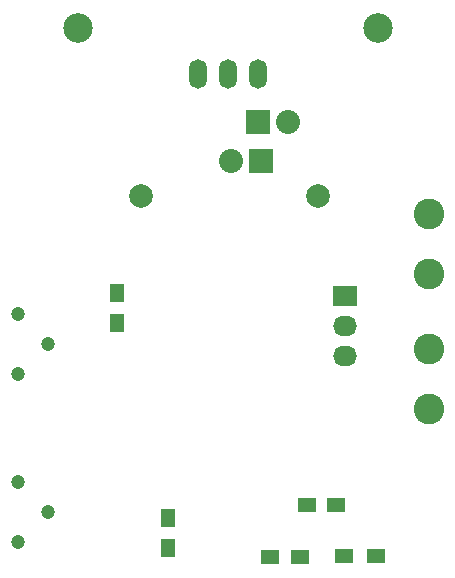
<source format=gbs>
G04 #@! TF.FileFunction,Soldermask,Bot*
%FSLAX46Y46*%
G04 Gerber Fmt 4.6, Leading zero omitted, Abs format (unit mm)*
G04 Created by KiCad (PCBNEW (2015-01-29 BZR 5396)-product) date 2/26/2015 9:25:46 PM*
%MOMM*%
G01*
G04 APERTURE LIST*
%ADD10C,0.100000*%
%ADD11R,1.250000X1.500000*%
%ADD12R,1.500000X1.250000*%
%ADD13O,1.501140X2.499360*%
%ADD14C,1.998980*%
%ADD15R,1.500000X1.300000*%
%ADD16C,2.500000*%
%ADD17C,2.600000*%
%ADD18R,2.032000X1.727200*%
%ADD19O,2.032000X1.727200*%
%ADD20R,2.032000X2.032000*%
%ADD21O,2.032000X2.032000*%
%ADD22C,1.200000*%
G04 APERTURE END LIST*
D10*
D11*
X165608000Y-121940000D03*
X165608000Y-124440000D03*
X161290000Y-105390000D03*
X161290000Y-102890000D03*
D12*
X177324000Y-120842000D03*
X179824000Y-120842000D03*
X176764000Y-125222000D03*
X174264000Y-125222000D03*
D13*
X170688000Y-84328000D03*
X168148000Y-84328000D03*
X173228000Y-84328000D03*
D14*
X178280000Y-94680000D03*
X163280000Y-94680000D03*
D15*
X183184000Y-125172000D03*
X180484000Y-125172000D03*
D16*
X157960000Y-80464000D03*
X157960000Y-80464000D03*
X183360000Y-80464000D03*
D17*
X187698000Y-112680000D03*
X187698000Y-107600000D03*
X187698000Y-101250000D03*
X187698000Y-96170000D03*
D18*
X180594000Y-103124000D03*
D19*
X180594000Y-105664000D03*
X180594000Y-108204000D03*
D20*
X173482000Y-91694000D03*
D21*
X170942000Y-91694000D03*
D20*
X173228000Y-88392000D03*
D21*
X175768000Y-88392000D03*
D22*
X152882000Y-104646000D03*
X152882000Y-109726000D03*
X155422000Y-107186000D03*
X152882000Y-118870000D03*
X152882000Y-123950000D03*
X155422000Y-121410000D03*
M02*

</source>
